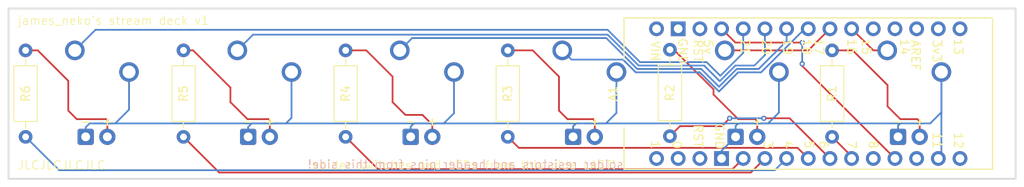
<source format=kicad_pcb>
(kicad_pcb (version 20240108) (generator "pcbnew") (generator_version "8.0")
  (layers (0 "F.Cu" signal) (31 "B.Cu" signal) (34 "B.Paste" user) (35 "F.Paste" user) (36 "B.SilkS" user "B.Silkscreen") (37 "F.SilkS" user "F.Silkscreen") (38 "B.Mask" user) (39 "F.Mask" user) (44 "Edge.Cuts" user))
  (net 0 "")
  (net 1 "Net-(A1-D2_INT0)")
  (net 2 "Net-(A1-Pad5V)")
  (net 3 "Net-(A1-PadD5)")
  (net 6 "Net-(A1-D3_INT1)")
  (net 8 "Net-(A1-A4{slash}SDA)")
  (net 9 "Net-(A1-PadD7)")
  (net 10 "Net-(A1-PadD6)")
  (net 11 "Net-(A1-PadA2)")
  (net 14 "Net-(A1-PadA7)")
  (net 17 "Net-(A1-PadA6)")
  (net 21 "Net-(A1-A5{slash}SCL)")
  (net 22 "Net-(A1-PadA3)")
  (net 23 "Net-(A1-PadD4)")
  (net 24 "Net-(D1-Pad2)")
  (net 26 "Net-(D2-Pad2)")
  (net 28 "Net-(D3-Pad2)")
  (net 30 "Net-(D4-Pad2)")
  (net 31 "Net-(D5-Pad2)")
  (net 32 "Net-(D6-Pad2)")
  (net 34 "GND")
  (footprint "Resistor_THT:R_Axial_DIN0207_L6.3mm_D2.5mm_P10.16mm_Horizontal" (layer "F.Cu") (at 71.5 44.08 90)
    (property "Reference" "R6" (at 5.08 0 90) (layer "F.SilkS"))
    (property "Value" "220ohm")
    (fp_line (start 8.35 -1.37) (end 1.81 -1.37) (stroke (width 0.12)) (layer "F.SilkS"))
    (fp_line (start 1.81 -1.37) (end 1.81 1.37) (stroke (width 0.12)) (layer "F.SilkS"))
    (fp_line (start 9.12 0) (end 8.35 0) (stroke (width 0.12)) (layer "F.SilkS"))
    (fp_line (start 1.04 0) (end 1.81 0) (stroke (width 0.12)) (layer "F.SilkS"))
    (fp_line (start 8.35 1.37) (end 8.35 -1.37) (stroke (width 0.12)) (layer "F.SilkS"))
    (fp_line (start 1.81 1.37) (end 8.35 1.37) (stroke (width 0.12)) (layer "F.SilkS"))
    (pad "1" thru_hole circle (at 0 0 90) (size 1.6 1.6) (drill 0.8) (layers "*.Cu" "*.Mask") (net 23 "Net-(A1-PadD4)"))
    (pad "2" thru_hole oval (at 10.16 0 90) (size 1.6 1.6) (drill 0.8) (layers "*.Cu" "*.Mask") (net 32 "Net-(D6-Pad2)"))
  )
  (footprint "Resistor_THT:R_Axial_DIN0207_L6.3mm_D2.5mm_P10.16mm_Horizontal" (layer "F.Cu") (at 147 44 90)
    (property "Reference" "R2" (at 5.08 0 90) (layer "F.SilkS"))
    (property "Value" "220ohm")
    (fp_line (start 8.35 -1.37) (end 1.81 -1.37) (stroke (width 0.12)) (layer "F.SilkS"))
    (fp_line (start 1.81 -1.37) (end 1.81 1.37) (stroke (width 0.12)) (layer "F.SilkS"))
    (fp_line (start 9.12 0) (end 8.35 0) (stroke (width 0.12)) (layer "F.SilkS"))
    (fp_line (start 1.04 0) (end 1.81 0) (stroke (width 0.12)) (layer "F.SilkS"))
    (fp_line (start 8.35 1.37) (end 8.35 -1.37) (stroke (width 0.12)) (layer "F.SilkS"))
    (fp_line (start 1.81 1.37) (end 8.35 1.37) (stroke (width 0.12)) (layer "F.SilkS"))
    (pad "1" thru_hole circle (at 0 0 90) (size 1.6 1.6) (drill 0.8) (layers "*.Cu" "*.Mask") (net 10 "Net-(A1-PadD6)"))
    (pad "2" thru_hole oval (at 10.16 0 90) (size 1.6 1.6) (drill 0.8) (layers "*.Cu" "*.Mask") (net 26 "Net-(D2-Pad2)"))
  )
  (footprint "Resistor_THT:R_Axial_DIN0207_L6.3mm_D2.5mm_P10.16mm_Horizontal" (layer "F.Cu") (at 109 44.08 90)
    (property "Reference" "R4" (at 5.08 0 90) (layer "F.SilkS"))
    (property "Value" "220ohm")
    (fp_line (start 8.35 -1.37) (end 1.81 -1.37) (stroke (width 0.12)) (layer "F.SilkS"))
    (fp_line (start 1.81 -1.37) (end 1.81 1.37) (stroke (width 0.12)) (layer "F.SilkS"))
    (fp_line (start 9.12 0) (end 8.35 0) (stroke (width 0.12)) (layer "F.SilkS"))
    (fp_line (start 1.04 0) (end 1.81 0) (stroke (width 0.12)) (layer "F.SilkS"))
    (fp_line (start 8.35 1.37) (end 8.35 -1.37) (stroke (width 0.12)) (layer "F.SilkS"))
    (fp_line (start 1.81 1.37) (end 8.35 1.37) (stroke (width 0.12)) (layer "F.SilkS"))
    (pad "1" thru_hole circle (at 0 0 90) (size 1.6 1.6) (drill 0.8) (layers "*.Cu" "*.Mask") (net 1 "Net-(A1-D2_INT0)"))
    (pad "2" thru_hole oval (at 10.16 0 90) (size 1.6 1.6) (drill 0.8) (layers "*.Cu" "*.Mask") (net 30 "Net-(D4-Pad2)"))
  )
  (footprint "Resistor_THT:R_Axial_DIN0207_L6.3mm_D2.5mm_P10.16mm_Horizontal" (layer "F.Cu") (at 128 44.08 90)
    (property "Reference" "R3" (at 5.08 0 90) (layer "F.SilkS"))
    (property "Value" "220ohm")
    (fp_line (start 8.35 -1.37) (end 1.81 -1.37) (stroke (width 0.12)) (layer "F.SilkS"))
    (fp_line (start 1.81 -1.37) (end 1.81 1.37) (stroke (width 0.12)) (layer "F.SilkS"))
    (fp_line (start 9.12 0) (end 8.35 0) (stroke (width 0.12)) (layer "F.SilkS"))
    (fp_line (start 1.04 0) (end 1.81 0) (stroke (width 0.12)) (layer "F.SilkS"))
    (fp_line (start 8.35 1.37) (end 8.35 -1.37) (stroke (width 0.12)) (layer "F.SilkS"))
    (fp_line (start 1.81 1.37) (end 8.35 1.37) (stroke (width 0.12)) (layer "F.SilkS"))
    (pad "1" thru_hole circle (at 0 0 90) (size 1.6 1.6) (drill 0.8) (layers "*.Cu" "*.Mask") (net 3 "Net-(A1-PadD5)"))
    (pad "2" thru_hole oval (at 10.16 0 90) (size 1.6 1.6) (drill 0.8) (layers "*.Cu" "*.Mask") (net 28 "Net-(D3-Pad2)"))
  )
  (footprint "Resistor_THT:R_Axial_DIN0207_L6.3mm_D2.5mm_P10.16mm_Horizontal" (layer "F.Cu") (at 166 44.08 90)
    (property "Reference" "R1" (at 5.08 0 90) (layer "F.SilkS"))
    (property "Value" "220ohm")
    (fp_line (start 8.35 -1.37) (end 1.81 -1.37) (stroke (width 0.12)) (layer "F.SilkS"))
    (fp_line (start 1.81 -1.37) (end 1.81 1.37) (stroke (width 0.12)) (layer "F.SilkS"))
    (fp_line (start 9.12 0) (end 8.35 0) (stroke (width 0.12)) (layer "F.SilkS"))
    (fp_line (start 1.04 0) (end 1.81 0) (stroke (width 0.12)) (layer "F.SilkS"))
    (fp_line (start 8.35 1.37) (end 8.35 -1.37) (stroke (width 0.12)) (layer "F.SilkS"))
    (fp_line (start 1.81 1.37) (end 8.35 1.37) (stroke (width 0.12)) (layer "F.SilkS"))
    (pad "1" thru_hole circle (at 0 0 90) (size 1.6 1.6) (drill 0.8) (layers "*.Cu" "*.Mask") (net 9 "Net-(A1-PadD7)"))
    (pad "2" thru_hole oval (at 10.16 0 90) (size 1.6 1.6) (drill 0.8) (layers "*.Cu" "*.Mask") (net 24 "Net-(D1-Pad2)"))
  )
  (footprint "Resistor_THT:R_Axial_DIN0207_L6.3mm_D2.5mm_P10.16mm_Horizontal" (layer "F.Cu") (at 90 44.08 90)
    (property "Reference" "R5" (at 5.08 0 90) (layer "F.SilkS"))
    (property "Value" "220ohm")
    (fp_line (start 8.35 -1.37) (end 1.81 -1.37) (stroke (width 0.12)) (layer "F.SilkS"))
    (fp_line (start 1.81 -1.37) (end 1.81 1.37) (stroke (width 0.12)) (layer "F.SilkS"))
    (fp_line (start 9.12 0) (end 8.35 0) (stroke (width 0.12)) (layer "F.SilkS"))
    (fp_line (start 1.04 0) (end 1.81 0) (stroke (width 0.12)) (layer "F.SilkS"))
    (fp_line (start 8.35 1.37) (end 8.35 -1.37) (stroke (width 0.12)) (layer "F.SilkS"))
    (fp_line (start 1.81 1.37) (end 8.35 1.37) (stroke (width 0.12)) (layer "F.SilkS"))
    (pad "1" thru_hole circle (at 0 0 90) (size 1.6 1.6) (drill 0.8) (layers "*.Cu" "*.Mask") (net 6 "Net-(A1-D3_INT1)"))
    (pad "2" thru_hole oval (at 10.16 0 90) (size 1.6 1.6) (drill 0.8) (layers "*.Cu" "*.Mask") (net 31 "Net-(D5-Pad2)"))
  )
  (footprint "Neko:Arduino_Nano_Socket" (layer "F.Cu") (at 142.8005 39 -90)
    (property "Reference" "A1" (at 0 2.45 90) (layer "F.SilkS"))
    (property "Value" "Arduino_Nano_Socket")
    (fp_line (start -8.89 1.18) (end -8.89 -42) (stroke (width 0.15)) (layer "F.SilkS"))
    (fp_line (start -4 1.18) (end -8.89 1.18) (stroke (width 0.15)) (layer "F.SilkS"))
    (fp_line (start 8.89 1.18) (end 4 1.18) (stroke (width 0.15)) (layer "F.SilkS"))
    (fp_line (start 8.89 1.18) (end 8.89 -42) (stroke (width 0.15)) (layer "F.SilkS"))
    (fp_line (start 8.89 -42) (end -8.89 -42) (stroke (width 0.15)) (layer "F.SilkS"))
    (fp_text user "6" (at 6 -22.1995 -90) (layer "F.SilkS"))
    (fp_text user "21" (at -5.5 -13 -90) (layer "F.SilkS"))
    (fp_text user "20" (at -5.5 -15.5 -90) (layer "F.SilkS"))
    (fp_text user "AREF" (at -4.5 -33 -90) (layer "F.SilkS"))
    (fp_text user "14" (at -5.5 -31.6995 -90) (layer "F.SilkS"))
    (fp_text user "1" (at 6 -2.5 -90) (layer "F.SilkS"))
    (fp_text user "8" (at 6 -28 -90) (layer "F.SilkS"))
    (fp_text user "11" (at 5.5 -35.5 -90) (layer "F.SilkS"))
    (fp_text user "13" (at -5.5 -38 -90) (layer "F.SilkS"))
    (fp_text user "RST" (at -5 -7.5 -90) (layer "F.SilkS"))
    (fp_text user "19" (at -5.5 -18 -90) (layer "F.SilkS"))
    (fp_text user "18" (at -5.5 -20.1995 -90) (layer "F.SilkS"))
    (fp_text user "5" (at 6 -20.5 -90) (layer "F.SilkS"))
    (fp_text user "4" (at 6 -18 -90) (layer "F.SilkS"))
    (fp_text user "GND" (at -5 -5.6995 -90) (layer "F.SilkS"))
    (fp_text user "3v3" (at -5 -35.5 -90) (layer "F.SilkS"))
    (fp_text user "3" (at 6 -15.6995 -90) (layer "F.SilkS"))
    (fp_text user "GND" (at 5 -10 -90) (layer "F.SilkS"))
    (fp_text user "0" (at 6 -5 -90) (layer "F.SilkS"))
    (fp_text user "RST" (at 5 -7.5 -90) (layer "F.SilkS"))
    (fp_text user "17" (at -5.5 -21.6995 -90) (layer "F.SilkS"))
    (fp_text user "16" (at -5.5 -25.5 -90) (layer "F.SilkS"))
    (fp_text user "15" (at -5.5 -27.1995 -90) (layer "F.SilkS"))
    (fp_text user "12" (at 5.5 -38 -90) (layer "F.SilkS"))
    (fp_text user "VIN" (at -5 -2.5 -90) (layer "F.SilkS"))
    (fp_text user "7" (at 6 -25.5 -90) (layer "F.SilkS"))
    (fp_text user "5v" (at -5.5 -8.6995 -90) (layer "F.SilkS"))
    (pad "" np_thru_hole circle (at -7.62 -40.73 90) (size 1.8 1.8) (drill 1.8) (layers "F&B.Cu" "*.Mask"))
    (pad "" np_thru_hole circle (at -7.62 -0.09 90) (size 1.8 1.8) (drill 1.8) (layers "F&B.Cu" "*.Mask"))
    (pad "" np_thru_hole circle (at 7.62 -40.73 90) (size 1.8 1.8) (drill 1.8) (layers "F&B.Cu" "*.Mask"))
    (pad "" np_thru_hole circle (at 7.62 -0.09 90) (size 1.8 1.8) (drill 1.8) (layers "F&B.Cu" "*.Mask"))
    (pad "3V3" thru_hole circle (at -7.62 -35.65 90) (size 1.7272 1.7272) (drill 1.016) (layers "*.Cu" "*.Mask"))
    (pad "5V" thru_hole circle (at -7.62 -10.25 90) (size 1.7272 1.7272) (drill 1.016) (layers "*.Cu" "*.Mask") (net 2 "Net-(A1-Pad5V)"))
    (pad "A0" thru_hole circle (at -7.62 -30.57 90) (size 1.7272 1.7272) (drill 1.016) (layers "*.Cu" "*.Mask"))
    (pad "A1" thru_hole circle (at -7.62 -28.03 90) (size 1.7272 1.7272) (drill 1.016) (layers "*.Cu" "*.Mask"))
    (pad "A2" thru_hole circle (at -7.62 -25.49 90) (size 1.7272 1.7272) (drill 1.016) (layers "*.Cu" "*.Mask") (net 11 "Net-(A1-PadA2)"))
    (pad "A3" thru_hole circle (at -7.62 -22.95 90) (size 1.7272 1.7272) (drill 1.016) (layers "*.Cu" "*.Mask") (net 22 "Net-(A1-PadA3)"))
    (pad "A4" thru_hole circle (at -7.62 -20.41 90) (size 1.7272 1.7272) (drill 1.016) (layers "*.Cu" "*.Mask") (net 8 "Net-(A1-A4{slash}SDA)"))
    (pad "A5" thru_hole circle (at -7.62 -17.87 90) (size 1.7272 1.7272) (drill 1.016) (layers "*.Cu" "*.Mask") (net 21 "Net-(A1-A5{slash}SCL)"))
    (pad "A6" thru_hole circle (at -7.62 -15.33 90) (size 1.7272 1.7272) (drill 1.016) (layers "*.Cu" "*.Mask") (net 17 "Net-(A1-PadA6)"))
    (pad "A7" thru_hole circle (at -7.62 -12.79 90) (size 1.7272 1.7272) (drill 1.016) (layers "*.Cu" "*.Mask") (net 14 "Net-(A1-PadA7)"))
    (pad "AREF" thru_hole circle (at -7.62 -33.11 90) (size 1.7272 1.7272) (drill 1.016) (layers "*.Cu" "*.Mask"))
    (pad "D0" thru_hole circle (at 7.62 -5.17 90) (size 1.7272 1.7272) (drill 1.016) (layers "*.Cu" "*.Mask"))
    (pad "D1" thru_hole circle (at 7.62 -2.63 90) (size 1.7272 1.7272) (drill 1.016) (layers "*.Cu" "*.Mask"))
    (pad "D2" thru_hole circle (at 7.62 -12.79 90) (size 1.7272 1.7272) (drill 1.016) (layers "*.Cu" "*.Mask") (net 1 "Net-(A1-D2_INT0)"))
    (pad "D3" thru_hole circle (at 7.62 -15.33 90) (size 1.7272 1.7272) (drill 1.016) (layers "*.Cu" "*.Mask") (net 6 "Net-(A1-D3_INT1)"))
    (pad "D4" thru_hole circle (at 7.62 -17.87 90) (size 1.7272 1.7272) (drill 1.016) (layers "*.Cu" "*.Mask") (net 23 "Net-(A1-PadD4)"))
    (pad "D5" thru_hole circle (at 7.62 -20.41 90) (size 1.7272 1.7272) (drill 1.016) (layers "*.Cu" "*.Mask") (net 3 "Net-(A1-PadD5)"))
    (pad "D6" thru_hole circle (at 7.62 -22.95 90) (size 1.7272 1.7272) (drill 1.016) (layers "*.Cu" "*.Mask") (net 10 "Net-(A1-PadD6)"))
    (pad "D7" thru_hole circle (at 7.62 -25.49 90) (size 1.7272 1.7272) (drill 1.016) (layers "*.Cu" "*.Mask") (net 9 "Net-(A1-PadD7)"))
    (pad "D8" thru_hole circle (at 7.62 -28.03 90) (size 1.7272 1.7272) (drill 1.016) (layers "*.Cu" "*.Mask"))
    (pad "D9" thru_hole circle (at 7.62 -30.57 90) (size 1.7272 1.7272) (drill 1.016) (layers "*.Cu" "*.Mask") (net 2 "Net-(A1-Pad5V)"))
    (pad "D10" thru_hole circle (at 7.62 -33.11 90) (size 1.7272 1.7272) (drill 1.016) (layers "*.Cu" "*.Mask"))
    (pad "D11" thru_hole circle (at 7.62 -35.65 90) (size 1.7272 1.7272) (drill 1.016) (layers "*.Cu" "*.Mask") (net 34 "GND"))
    (pad "D12" thru_hole circle (at 7.62 -38.19 90) (size 1.7272 1.7272) (drill 1.016) (layers "*.Cu" "*.Mask"))
    (pad "D13" thru_hole circle (at -7.62 -38.19 90) (size 1.7272 1.7272) (drill 1.016) (layers "*.Cu" "*.Mask"))
    (pad "GND1" thru_hole rect (at 7.62 -10.25 90) (size 1.7272 1.7272) (drill 1.016) (layers "*.Cu" "*.Mask") (net 34 "GND"))
    (pad "GND2" thru_hole rect (at -7.62 -5.17 90) (size 1.7272 1.7272) (drill 1.016) (layers "*.Cu" "*.Mask"))
    (pad "RST1" thru_hole circle (at 7.62 -7.71 90) (size 1.7272 1.7272) (drill 1.016) (layers "*.Cu" "*.Mask"))
    (pad "RST2" thru_hole circle (at -7.62 -7.71 90) (size 1.7272 1.7272) (drill 1.016) (layers "*.Cu" "*.Mask"))
    (pad "VIN" thru_hole circle (at -7.62 -2.63 90) (size 1.7272 1.7272) (drill 1.016) (layers "*.Cu" "*.Mask"))
  )
  (footprint "PCM_marbastlib-mx:LED_MX_3mm" (layer "B.Cu") (at 136.924 44.075 180)
    (property "Reference" "D3" (hide yes))
    (property "Value" "LED_3mm")
    (fp_text user "+" (at -1.27 1.8 0) (layer "F.SilkS") (effects (justify mirror)))
    (fp_text user "-" (at 1.27 1.8 0) (layer "F.SilkS") (effects (justify mirror)))
    (pad "1" thru_hole roundrect (at 1.27 0 180) (size 1.905 1.905) (drill 1.04) (layers "*.Cu" "F.Mask") (roundrect_rratio 0.15) (net 34 "GND"))
    (pad "2" thru_hole circle (at -1.27 0 180) (size 1.905 1.905) (drill 1.04) (layers "*.Cu" "F.Mask") (net 28 "Net-(D3-Pad2)"))
  )
  (footprint "PCM_marbastlib-mx:SW_MX_1u" (layer "B.Cu") (at 117.886 39 180)
    (property "Reference" "MX4" (hide yes))
    (property "Value" "MX_SW_solder")
    (pad "" np_thru_hole circle (at -5.08 0 180) (size 1.75 1.75) (drill 1.75) (layers "*.Cu" "*.Mask"))
    (pad "" np_thru_hole circle (at 0 0 180) (size 3.9878 3.9878) (drill 3.9878) (layers "*.Cu" "*.Mask"))
    (pad "" np_thru_hole circle (at 5.08 0 180) (size 1.75 1.75) (drill 1.75) (layers "*.Cu" "*.Mask"))
    (pad "1" thru_hole circle (at -3.81 2.54 180) (size 2.3 2.3) (drill 1.524) (layers "*.Cu" "F.Mask") (net 34 "GND"))
    (pad "2" thru_hole circle (at 2.54 5.08 180) (size 2.3 2.3) (drill 1.524) (layers "*.Cu" "F.Mask") (net 21 "Net-(A1-A5{slash}SCL)"))
  )
  (footprint "PCM_marbastlib-mx:LED_MX_3mm" (layer "B.Cu") (at 79.81 44.075 180)
    (property "Reference" "D6" (hide yes))
    (property "Value" "LED_3mm")
    (fp_text user "+" (at -1.27 1.8 0) (layer "F.SilkS") (effects (justify mirror)))
    (fp_text user "-" (at 1.27 1.8 0) (layer "F.SilkS") (effects (justify mirror)))
    (pad "1" thru_hole roundrect (at 1.27 0 180) (size 1.905 1.905) (drill 1.04) (layers "*.Cu" "F.Mask") (roundrect_rratio 0.15) (net 34 "GND"))
    (pad "2" thru_hole circle (at -1.27 0 180) (size 1.905 1.905) (drill 1.04) (layers "*.Cu" "F.Mask") (net 32 "Net-(D6-Pad2)"))
  )
  (footprint "PCM_marbastlib-mx:SW_MX_1u" (layer "B.Cu") (at 175 39 180)
    (property "Reference" "MX1" (hide yes))
    (property "Value" "MX_SW_solder")
    (pad "" np_thru_hole circle (at -5.08 0 180) (size 1.75 1.75) (drill 1.75) (layers "*.Cu" "*.Mask"))
    (pad "" np_thru_hole circle (at 0 0 180) (size 3.9878 3.9878) (drill 3.9878) (layers "*.Cu" "*.Mask"))
    (pad "" np_thru_hole circle (at 5.08 0 180) (size 1.75 1.75) (drill 1.75) (layers "*.Cu" "*.Mask"))
    (pad "1" thru_hole circle (at -3.81 2.54 180) (size 2.3 2.3) (drill 1.524) (layers "*.Cu" "F.Mask") (net 34 "GND"))
    (pad "2" thru_hole circle (at 2.54 5.08 180) (size 2.3 2.3) (drill 1.524) (layers "*.Cu" "F.Mask") (net 11 "Net-(A1-PadA2)"))
  )
  (footprint "PCM_marbastlib-mx:SW_MX_1u" (layer "B.Cu") (at 98.848 39 180)
    (property "Reference" "MX5" (hide yes))
    (property "Value" "MX_SW_solder")
    (pad "" np_thru_hole circle (at -5.08 0 180) (size 1.75 1.75) (drill 1.75) (layers "*.Cu" "*.Mask"))
    (pad "" np_thru_hole circle (at 0 0 180) (size 3.9878 3.9878) (drill 3.9878) (layers "*.Cu" "*.Mask"))
    (pad "" np_thru_hole circle (at 5.08 0 180) (size 1.75 1.75) (drill 1.75) (layers "*.Cu" "*.Mask"))
    (pad "1" thru_hole circle (at -3.81 2.54 180) (size 2.3 2.3) (drill 1.524) (layers "*.Cu" "F.Mask") (net 34 "GND"))
    (pad "2" thru_hole circle (at 2.54 5.08 180) (size 2.3 2.3) (drill 1.524) (layers "*.Cu" "F.Mask") (net 17 "Net-(A1-PadA6)"))
  )
  (footprint "PCM_marbastlib-mx:LED_MX_3mm" (layer "B.Cu") (at 117.886 44.075 180)
    (property "Reference" "D4" (hide yes))
    (property "Value" "LED_3mm")
    (fp_text user "+" (at -1.27 1.8 0) (layer "F.SilkS") (effects (justify mirror)))
    (fp_text user "-" (at 1.27 1.8 0) (layer "F.SilkS") (effects (justify mirror)))
    (pad "1" thru_hole roundrect (at 1.27 0 180) (size 1.905 1.905) (drill 1.04) (layers "*.Cu" "F.Mask") (roundrect_rratio 0.15) (net 34 "GND"))
    (pad "2" thru_hole circle (at -1.27 0 180) (size 1.905 1.905) (drill 1.04) (layers "*.Cu" "F.Mask") (net 30 "Net-(D4-Pad2)"))
  )
  (footprint "PCM_marbastlib-mx:LED_MX_3mm" (layer "B.Cu") (at 175 44.075 180)
    (property "Reference" "D1" (hide yes))
    (property "Value" "LED_3mm")
    (fp_text user "+" (at -1.27 1.8 0) (layer "F.SilkS") (effects (justify mirror)))
    (fp_text user "-" (at 1.27 1.8 0) (layer "F.SilkS") (effects (justify mirror)))
    (pad "1" thru_hole roundrect (at 1.27 0 180) (size 1.905 1.905) (drill 1.04) (layers "*.Cu" "F.Mask") (roundrect_rratio 0.15) (net 34 "GND"))
    (pad "2" thru_hole circle (at -1.27 0 180) (size 1.905 1.905) (drill 1.04) (layers "*.Cu" "F.Mask") (net 24 "Net-(D1-Pad2)"))
  )
  (footprint "PCM_marbastlib-mx:SW_MX_1u" (layer "B.Cu") (at 79.81 39 180)
    (property "Reference" "MX6" (hide yes))
    (property "Value" "MX_SW_solder")
    (pad "" np_thru_hole circle (at -5.08 0 180) (size 1.75 1.75) (drill 1.75) (layers "*.Cu" "*.Mask"))
    (pad "" np_thru_hole circle (at 0 0 180) (size 3.9878 3.9878) (drill 3.9878) (layers "*.Cu" "*.Mask"))
    (pad "" np_thru_hole circle (at 5.08 0 180) (size 1.75 1.75) (drill 1.75) (layers "*.Cu" "*.Mask"))
    (pad "1" thru_hole circle (at -3.81 2.54 180) (size 2.3 2.3) (drill 1.524) (layers "*.Cu" "F.Mask") (net 34 "GND"))
    (pad "2" thru_hole circle (at 2.54 5.08 180) (size 2.3 2.3) (drill 1.524) (layers "*.Cu" "F.Mask") (net 14 "Net-(A1-PadA7)"))
  )
  (footprint "PCM_marbastlib-mx:LED_MX_3mm" (layer "B.Cu") (at 155.962 44.075 180)
    (property "Reference" "D2" (hide yes))
    (property "Value" "LED_3mm")
    (fp_text user "-" (at 1.27 1.8 0) (layer "F.SilkS") (effects (justify mirror)))
    (fp_text user "+" (at -1.27 1.8 0) (layer "F.SilkS") (effects (justify mirror)))
    (pad "1" thru_hole roundrect (at 1.27 0 180) (size 1.905 1.905) (drill 1.04) (layers "*.Cu" "F.Mask") (roundrect_rratio 0.15) (net 34 "GND"))
    (pad "2" thru_hole circle (at -1.27 0 180) (size 1.905 1.905) (drill 1.04) (layers "*.Cu" "F.Mask") (net 26 "Net-(D2-Pad2)"))
  )
  (footprint "PCM_marbastlib-mx:SW_MX_1u" (layer "B.Cu") (at 155.962 39 180)
    (property "Reference" "MX2" (hide yes))
    (property "Value" "MX_SW_solder")
    (pad "" np_thru_hole circle (at -5.08 0 180) (size 1.75 1.75) (drill 1.75) (layers "*.Cu" "*.Mask"))
    (pad "" np_thru_hole circle (at 0 0 180) (size 3.9878 3.9878) (drill 3.9878) (layers "*.Cu" "*.Mask"))
    (pad "" np_thru_hole circle (at 5.08 0 180) (size 1.75 1.75) (drill 1.75) (layers "*.Cu" "*.Mask"))
    (pad "1" thru_hole circle (at -3.81 2.54 180) (size 2.3 2.3) (drill 1.524) (layers "*.Cu" "F.Mask") (net 34 "GND"))
    (pad "2" thru_hole circle (at 2.54 5.08 180) (size 2.3 2.3) (drill 1.524) (layers "*.Cu" "F.Mask") (net 22 "Net-(A1-PadA3)"))
  )
  (footprint "PCM_marbastlib-mx:SW_MX_1u" (layer "B.Cu") (at 136.924 39 180)
    (property "Reference" "MX3" (hide yes))
    (property "Value" "MX_SW_solder")
    (pad "" np_thru_hole circle (at -5.08 0 180) (size 1.75 1.75) (drill 1.75) (layers "*.Cu" "*.Mask"))
    (pad "" np_thru_hole circle (at 0 0 180) (size 3.9878 3.9878) (drill 3.9878) (layers "*.Cu" "*.Mask"))
    (pad "" np_thru_hole circle (at 5.08 0 180) (size 1.75 1.75) (drill 1.75) (layers "*.Cu" "*.Mask"))
    (pad "1" thru_hole circle (at -3.81 2.54 180) (size 2.3 2.3) (drill 1.524) (layers "*.Cu" "F.Mask") (net 34 "GND"))
    (pad "2" thru_hole circle (at 2.54 5.08 180) (size 2.3 2.3) (drill 1.524) (layers "*.Cu" "F.Mask") (net 8 "Net-(A1-A4{slash}SDA)"))
  )
  (footprint "PCM_marbastlib-mx:LED_MX_3mm" (layer "B.Cu") (at 98.848 44.075 180)
    (property "Reference" "D5" (hide yes))
    (property "Value" "LED_3mm")
    (fp_text user "-" (at 1.27 1.8 0) (layer "F.SilkS") (effects (justify mirror)))
    (fp_text user "+" (at -1.27 1.8 0) (layer "F.SilkS") (effects (justify mirror)))
    (pad "1" thru_hole roundrect (at 1.27 0 180) (size 1.905 1.905) (drill 1.04) (layers "*.Cu" "F.Mask") (roundrect_rratio 0.15) (net 34 "GND"))
    (pad "2" thru_hole circle (at -1.27 0 180) (size 1.905 1.905) (drill 1.04) (layers "*.Cu" "F.Mask") (net 31 "Net-(D5-Pad2)"))
  )
  (gr_rect (start 69.5 29) (end 187.5 49) (stroke (width 0.2)) (fill none) (layer "Edge.Cuts"))
  (gr_text "solder resistors and header pins from this side!" (at 141.6205 47.89 -0) (layer "B.SilkS") (effects (font (size 1 1) (thickness 0.1)) (justify left bottom mirror)))
  (gr_text "JLCJLCJLCJLC" (at 70.5 48 0) (layer "F.SilkS") (effects (font (size 1 1) (thickness 0.1)) (justify left bottom)))
  (gr_text "james_neko's stream deck v1" (at 70.5 31 0) (layer "F.SilkS") (effects (font (size 1 1) (thickness 0.1)) (justify left bottom)))
  (gr_text "solder switches and LEDs from this side LAST!" (at 105 48 0) (layer "F.SilkS") (effects (font (size 1 1) (thickness 0.1)) (justify left bottom)))
  (segment (start 112.79 47.87) (end 154.3405 47.87) (width 0.2) (layer "F.Cu") (net 1))
  (segment (start 154.3405 47.87) (end 155.5905 46.62) (width 0.2) (layer "F.Cu") (net 1))
  (segment (start 109 44.08) (end 112.79 47.87) (width 0.2) (layer "F.Cu") (net 1))
  (segment (start 154.6705 33) (end 162.5 33) (width 0.2) (layer "F.Cu") (net 2))
  (segment (start 162.5 35.5) (end 162.5 35.7495) (width 0.2) (layer "F.Cu") (net 2))
  (segment (start 153.0505 31.38) (end 154.6705 33) (width 0.2) (layer "F.Cu") (net 2))
  (segment (start 162.5 35.7495) (end 173.3705 46.62) (width 0.2) (layer "F.Cu") (net 2))
  (via (at 162.5 33) (size 0.6) (drill 0.3) (layers "F.Cu" "B.Cu") (net 2))
  (via (at 162.5 35.5) (size 0.6) (drill 0.3) (layers "F.Cu" "B.Cu") (net 2))
  (segment (start 162.5 35.5) (end 162.5 33) (width 0.2) (layer "B.Cu") (net 2))
  (segment (start 128 44.08) (end 129.29 45.37) (width 0.2) (layer "F.Cu") (net 3))
  (segment (start 129.29 45.37) (end 161.9605 45.37) (width 0.2) (layer "F.Cu") (net 3))
  (segment (start 161.9605 45.37) (end 163.2105 46.62) (width 0.2) (layer "F.Cu") (net 3))
  (segment (start 94.19 48.27) (end 156.4805 48.27) (width 0.2) (layer "F.Cu") (net 6))
  (segment (start 156.4805 48.27) (end 158.1305 46.62) (width 0.2) (layer "F.Cu") (net 6))
  (segment (start 90 44.08) (end 94.19 48.27) (width 0.2) (layer "F.Cu") (net 6))
  (segment (start 135.464 35) (end 141.5 35) (width 0.2) (layer "B.Cu") (net 8))
  (segment (start 141.5 35) (end 143 36.5) (width 0.2) (layer "B.Cu") (net 8))
  (segment (start 162.80139 31.38) (end 163.2105 31.38) (width 0.2) (layer "B.Cu") (net 8))
  (segment (start 152.75 38.75) (end 155 36.5) (width 0.2) (layer "B.Cu") (net 8))
  (segment (start 155 36.5) (end 157.68139 36.5) (width 0.2) (layer "B.Cu") (net 8))
  (segment (start 143 36.5) (end 150.5 36.5) (width 0.2) (layer "B.Cu") (net 8))
  (segment (start 150.5 36.5) (end 152.75 38.75) (width 0.2) (layer "B.Cu") (net 8))
  (segment (start 134.384 33.92) (end 135.464 35) (width 0.2) (layer "B.Cu") (net 8))
  (segment (start 157.68139 36.5) (end 162.80139 31.38) (width 0.2) (layer "B.Cu") (net 8))
  (segment (start 168.2905 46.3705) (end 168.2905 46.62) (width 0.2) (layer "F.Cu") (net 9))
  (segment (start 166 44.08) (end 168.2905 46.3705) (width 0.2) (layer "F.Cu") (net 9))
  (segment (start 148.1775 42.8225) (end 153.0775 42.8225) (width 0.2) (layer "F.Cu") (net 10))
  (segment (start 153.0775 42.8225) (end 154 41.9) (width 0.2) (layer "F.Cu") (net 10))
  (segment (start 147 44) (end 148.1775 42.8225) (width 0.2) (layer "F.Cu") (net 10))
  (segment (start 161.0305 41.9) (end 165.7505 46.62) (width 0.2) (layer "F.Cu") (net 10))
  (segment (start 158 41.9) (end 161.0305 41.9) (width 0.2) (layer "F.Cu") (net 10))
  (via (at 158 41.9) (size 0.6) (drill 0.3) (layers "F.Cu" "B.Cu") (net 10))
  (via (at 154 41.9) (size 0.6) (drill 0.3) (layers "F.Cu" "B.Cu") (net 10))
  (segment (start 154 41.9) (end 158 41.9) (width 0.2) (layer "B.Cu") (net 10))
  (segment (start 170.8305 33.92) (end 168.2905 31.38) (width 0.2) (layer "F.Cu") (net 11))
  (segment (start 172.46 33.92) (end 170.8305 33.92) (width 0.2) (layer "F.Cu") (net 11))
  (segment (start 143.497057 35.3) (end 151.3 35.3) (width 0.2) (layer "B.Cu") (net 14))
  (segment (start 152.901471 36.901471) (end 155.5905 34.212442) (width 0.2) (layer "B.Cu") (net 14))
  (segment (start 139.697057 31.5) (end 143.497057 35.3) (width 0.2) (layer "B.Cu") (net 14))
  (segment (start 79.69 31.5) (end 139.697057 31.5) (width 0.2) (layer "B.Cu") (net 14))
  (segment (start 155.5905 34.212442) (end 155.5905 31.38) (width 0.2) (layer "B.Cu") (net 14))
  (segment (start 151.3 35.3) (end 152.901471 36.901471) (width 0.2) (layer "B.Cu") (net 14))
  (segment (start 77.27 33.92) (end 79.69 31.5) (width 0.2) (layer "B.Cu") (net 14))
  (segment (start 151 35.7) (end 152.834314 37.534314) (width 0.2) (layer "B.Cu") (net 17))
  (segment (start 154.668628 35.7) (end 156.9 35.7) (width 0.2) (layer "B.Cu") (net 17))
  (segment (start 96.308 33.92) (end 98.158 32.07) (width 0.2) (layer "B.Cu") (net 17))
  (segment (start 158.1305 34.4695) (end 158.1305 31.38) (width 0.2) (layer "B.Cu") (net 17))
  (segment (start 139.701371 32.07) (end 143.331371 35.7) (width 0.2) (layer "B.Cu") (net 17))
  (segment (start 143.331371 35.7) (end 151 35.7) (width 0.2) (layer "B.Cu") (net 17))
  (segment (start 156.9 35.7) (end 158.1305 34.4695) (width 0.2) (layer "B.Cu") (net 17))
  (segment (start 152.834314 37.534314) (end 154.668628 35.7) (width 0.2) (layer "B.Cu") (net 17))
  (segment (start 98.158 32.07) (end 139.701371 32.07) (width 0.2) (layer "B.Cu") (net 17))
  (segment (start 154.834314 36.1) (end 157.4 36.1) (width 0.2) (layer "B.Cu") (net 21))
  (segment (start 139.535685 32.47) (end 143.032843 35.967157) (width 0.2) (layer "B.Cu") (net 21))
  (segment (start 152.75 38.184314) (end 154.834314 36.1) (width 0.2) (layer "B.Cu") (net 21))
  (segment (start 143.032843 35.967157) (end 143.165686 36.1) (width 0.2) (layer "B.Cu") (net 21))
  (segment (start 115.346 33.92) (end 116.796 32.47) (width 0.2) (layer "B.Cu") (net 21))
  (segment (start 116.796 32.47) (end 139.535685 32.47) (width 0.2) (layer "B.Cu") (net 21))
  (segment (start 150.665686 36.1) (end 152.75 38.184314) (width 0.2) (layer "B.Cu") (net 21))
  (segment (start 160.6705 32.8295) (end 160.6705 31.38) (width 0.2) (layer "B.Cu") (net 21))
  (segment (start 157.4 36.1) (end 160.6705 32.8295) (width 0.2) (layer "B.Cu") (net 21))
  (segment (start 143.165686 36.1) (end 150.665686 36.1) (width 0.2) (layer "B.Cu") (net 21))
  (segment (start 153.422 33.92) (end 163.2105 33.92) (width 0.2) (layer "F.Cu") (net 22))
  (segment (start 163.2105 33.92) (end 165.7505 31.38) (width 0.2) (layer "F.Cu") (net 22))
  (segment (start 159.2905 48) (end 160.6705 46.62) (width 0.2) (layer "B.Cu") (net 23))
  (segment (start 75.42 48) (end 159.2905 48) (width 0.2) (layer "B.Cu") (net 23))
  (segment (start 71.5 44.08) (end 75.42 48) (width 0.2) (layer "B.Cu") (net 23))
  (segment (start 172.5 40.5) (end 172.5 38) (width 0.2) (layer "F.Cu") (net 24))
  (segment (start 176.27 44.075) (end 176.27 42.27) (width 0.2) (layer "F.Cu") (net 24))
  (segment (start 176.27 42.27) (end 176 42) (width 0.2) (layer "F.Cu") (net 24))
  (segment (start 172.5 38) (end 168.42 33.92) (width 0.2) (layer "F.Cu") (net 24))
  (segment (start 174 42) (end 172.5 40.5) (width 0.2) (layer "F.Cu") (net 24))
  (segment (start 168.42 33.92) (end 166 33.92) (width 0.2) (layer "F.Cu") (net 24))
  (segment (start 176 42) (end 174 42) (width 0.2) (layer "F.Cu") (net 24))
  (segment (start 152.107 38.492588) (end 147.454412 33.84) (width 0.2) (layer "F.Cu") (net 26))
  (segment (start 152.107 39.107) (end 152.107 38.492588) (width 0.2) (layer "F.Cu") (net 26))
  (segment (start 147.454412 33.84) (end 147 33.84) (width 0.2) (layer "F.Cu") (net 26))
  (segment (start 155 42) (end 152.107 39.107) (width 0.2) (layer "F.Cu") (net 26))
  (segment (start 157 42) (end 155 42) (width 0.2) (layer "F.Cu") (net 26))
  (segment (start 157.232 44.075) (end 157.232 42.232) (width 0.2) (layer "F.Cu") (net 26))
  (segment (start 157.232 42.232) (end 157 42) (width 0.2) (layer "F.Cu") (net 26))
  (segment (start 138.194 44.075) (end 138.194 42.194) (width 0.2) (layer "F.Cu") (net 28))
  (segment (start 134 41) (end 134 37) (width 0.2) (layer "F.Cu") (net 28))
  (segment (start 134 37) (end 130.92 33.92) (width 0.2) (layer "F.Cu") (net 28))
  (segment (start 135 42) (end 134 41) (width 0.2) (layer "F.Cu") (net 28))
  (segment (start 138 42) (end 135 42) (width 0.2) (layer "F.Cu") (net 28))
  (segment (start 138.194 42.194) (end 138 42) (width 0.2) (layer "F.Cu") (net 28))
  (segment (start 130.92 33.92) (end 128 33.92) (width 0.2) (layer "F.Cu") (net 28))
  (segment (start 118 41.5) (end 116 41.5) (width 0.2) (layer "F.Cu") (net 30))
  (segment (start 114.5 40) (end 114.5 37) (width 0.2) (layer "F.Cu") (net 30))
  (segment (start 111.42 33.92) (end 109 33.92) (width 0.2) (layer "F.Cu") (net 30))
  (segment (start 119.156 42.656) (end 118 41.5) (width 0.2) (layer "F.Cu") (net 30))
  (segment (start 116 41.5) (end 114.5 40) (width 0.2) (layer "F.Cu") (net 30))
  (segment (start 114.5 37) (end 111.42 33.92) (width 0.2) (layer "F.Cu") (net 30))
  (segment (start 119.156 44.075) (end 119.156 42.656) (width 0.2) (layer "F.Cu") (net 30))
  (segment (start 91.13137 33.92) (end 90 33.92) (width 0.2) (layer "F.Cu") (net 31))
  (segment (start 97.5 42) (end 95.5 40) (width 0.2) (layer "F.Cu") (net 31))
  (segment (start 100 42) (end 97.5 42) (width 0.2) (layer "F.Cu") (net 31))
  (segment (start 100.118 42.118) (end 100 42) (width 0.2) (layer "F.Cu") (net 31))
  (segment (start 95.5 38.28863) (end 91.13137 33.92) (width 0.2) (layer "F.Cu") (net 31))
  (segment (start 95.5 40) (end 95.5 38.28863) (width 0.2) (layer "F.Cu") (net 31))
  (segment (start 100.118 44.075) (end 100.118 42.118) (width 0.2) (layer "F.Cu") (net 31))
  (segment (start 76.5 41) (end 76.5 37.5) (width 0.2) (layer "F.Cu") (net 32))
  (segment (start 77.5 42) (end 76.5 41) (width 0.2) (layer "F.Cu") (net 32))
  (segment (start 76.5 37.5) (end 72.92 33.92) (width 0.2) (layer "F.Cu") (net 32))
  (segment (start 81.08 44.075) (end 81.08 42.08) (width 0.2) (layer "F.Cu") (net 32))
  (segment (start 81.08 42.08) (end 81 42) (width 0.2) (layer "F.Cu") (net 32))
  (segment (start 72.92 33.92) (end 71.5 33.92) (width 0.2) (layer "F.Cu") (net 32))
  (segment (start 81 42) (end 77.5 42) (width 0.2) (layer "F.Cu") (net 32))
  (segment (start 173.73 44.075) (end 173.73 42.77) (width 0.2) (layer "B.Cu") (net 34))
  (segment (start 154.692 44.075) (end 154.692 42.808) (width 0.2) (layer "B.Cu") (net 34))
  (segment (start 177.5 42.5) (end 178.81 41.19) (width 0.2) (layer "B.Cu") (net 34))
  (segment (start 83.62 40.88) (end 83.62 36.46) (width 0.2) (layer "B.Cu") (net 34))
  (segment (start 117 42.5) (end 120.5 42.5) (width 0.2) (layer "B.Cu") (net 34))
  (segment (start 102.658 41.842) (end 102.658 36.46) (width 0.2) (layer "B.Cu") (net 34))
  (segment (start 155.5 42.5) (end 158.5 42.5) (width 0.2) (layer "B.Cu") (net 34))
  (segment (start 153.0505 45.7165) (end 153.0505 46.62) (width 0.2) (layer "B.Cu") (net 34))
  (segment (start 173.73 42.77) (end 174 42.5) (width 0.2) (layer "B.Cu") (net 34))
  (segment (start 155 42.5) (end 155.5 42.5) (width 0.2) (layer "B.Cu") (net 34))
  (segment (start 136.5 42.5) (end 117 42.5) (width 0.2) (layer "B.Cu") (net 34))
  (segment (start 140.734 41.266) (end 140.734 36.46) (width 0.2) (layer "B.Cu") (net 34))
  (segment (start 137 42.5) (end 139.5 42.5) (width 0.2) (layer "B.Cu") (net 34))
  (segment (start 98 42.5) (end 99.5 42.5) (width 0.2) (layer "B.Cu") (net 34))
  (segment (start 97.578 42.922) (end 98 42.5) (width 0.2) (layer "B.Cu") (net 34))
  (segment (start 136.5 42.5) (end 137 42.5) (width 0.2) (layer "B.Cu") (net 34))
  (segment (start 78.54 42.96) (end 79 42.5) (width 0.2) (layer "B.Cu") (net 34))
  (segment (start 158.5 42.5) (end 159.772 41.228) (width 0.2) (layer "B.Cu") (net 34))
  (segment (start 116.616 44.075) (end 116.616 42.884) (width 0.2) (layer "B.Cu") (net 34))
  (segment (start 135.654 44.075) (end 135.654 42.846) (width 0.2) (layer "B.Cu") (net 34))
  (segment (start 78.54 44.075) (end 78.54 42.96) (width 0.2) (layer "B.Cu") (net 34))
  (segment (start 97.578 44.075) (end 97.578 42.922) (width 0.2) (layer "B.Cu") (net 34))
  (segment (start 121.696 41.304) (end 121.696 36.46) (width 0.2) (layer "B.Cu") (net 34))
  (segment (start 82 42.5) (end 83.62 40.88) (width 0.2) (layer "B.Cu") (net 34))
  (segment (start 99.5 42.5) (end 102 42.5) (width 0.2) (layer "B.Cu") (net 34))
  (segment (start 135.654 42.846) (end 136 42.5) (width 0.2) (layer "B.Cu") (net 34))
  (segment (start 154.692 44.075) (end 153.0505 45.7165) (width 0.2) (layer "B.Cu") (net 34))
  (segment (start 99.5 42.5) (end 79.5 42.5) (width 0.2) (layer "B.Cu") (net 34))
  (segment (start 154.692 42.808) (end 155 42.5) (width 0.2) (layer "B.Cu") (net 34))
  (segment (start 155.5 42.5) (end 137 42.5) (width 0.2) (layer "B.Cu") (net 34))
  (segment (start 79.5 42.5) (end 82 42.5) (width 0.2) (layer "B.Cu") (net 34))
  (segment (start 178.81 41.19) (end 178.81 36.46) (width 0.2) (layer "B.Cu") (net 34))
  (segment (start 117 42.5) (end 99.5 42.5) (width 0.2) (layer "B.Cu") (net 34))
  (segment (start 178.81 46.2605) (end 178.4505 46.62) (width 0.2) (layer "B.Cu") (net 34))
  (segment (start 174 42.5) (end 155.5 42.5) (width 0.2) (layer "B.Cu") (net 34))
  (segment (start 139.5 42.5) (end 140.734 41.266) (width 0.2) (layer "B.Cu") (net 34))
  (segment (start 116.616 42.884) (end 117 42.5) (width 0.2) (layer "B.Cu") (net 34))
  (segment (start 136 42.5) (end 136.5 42.5) (width 0.2) (layer "B.Cu") (net 34))
  (segment (start 120.5 42.5) (end 121.696 41.304) (width 0.2) (layer "B.Cu") (net 34))
  (segment (start 178.81 36.46) (end 178.81 46.2605) (width 0.2) (layer "B.Cu") (net 34))
  (segment (start 79 42.5) (end 79.5 42.5) (width 0.2) (layer "B.Cu") (net 34))
  (segment (start 102 42.5) (end 102.658 41.842) (width 0.2) (layer "B.Cu") (net 34))
  (segment (start 159.772 41.228) (end 159.772 36.46) (width 0.2) (layer "B.Cu") (net 34))
  (segment (start 174 42.5) (end 177.5 42.5) (width 0.2) (layer "B.Cu") (net 34))
  (segment (start 154.692 44.075) (end 154.575 44.075) (width 0.2) (layer "B.Cu") (net 34))
)
</source>
